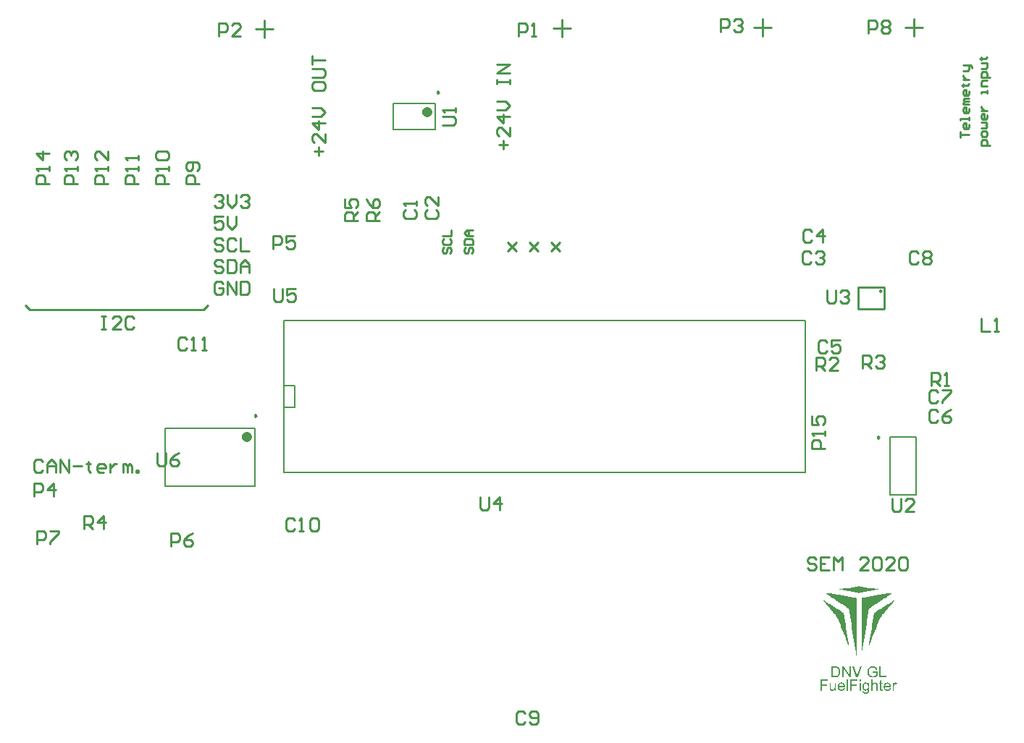
<source format=gto>
G04*
G04 #@! TF.GenerationSoftware,Altium Limited,Altium Designer,19.1.8 (144)*
G04*
G04 Layer_Color=65535*
%FSLAX25Y25*%
%MOIN*%
G70*
G01*
G75*
%ADD10C,0.02362*%
%ADD11C,0.00984*%
%ADD12C,0.01000*%
%ADD13C,0.00787*%
G36*
X405908Y69399D02*
X407662D01*
Y69106D01*
X409415D01*
Y68814D01*
X411169D01*
Y68522D01*
X412923D01*
Y68230D01*
X414676D01*
Y67937D01*
X412923D01*
Y67645D01*
X411169D01*
Y67353D01*
X409415D01*
Y67060D01*
X407662D01*
Y66768D01*
X405908D01*
Y66476D01*
X405324D01*
Y66768D01*
X403570D01*
Y67060D01*
X401816D01*
Y67353D01*
X400063D01*
Y67645D01*
X398309D01*
Y67937D01*
X396555D01*
Y68230D01*
X398309D01*
Y68522D01*
X400063D01*
Y68814D01*
X401816D01*
Y69106D01*
X403570D01*
Y69399D01*
X405324D01*
Y69691D01*
X405908D01*
Y69399D01*
D02*
G37*
G36*
X421983Y62676D02*
X421691D01*
Y62384D01*
X421399D01*
Y62092D01*
X421106D01*
Y61800D01*
X420814D01*
Y61507D01*
X420522D01*
Y61215D01*
Y60923D01*
X420229D01*
Y60630D01*
X419937D01*
Y60338D01*
X419645D01*
Y60046D01*
X419353D01*
Y59754D01*
X419060D01*
Y59461D01*
Y59169D01*
X418768D01*
Y58877D01*
X418476D01*
Y58584D01*
X418184D01*
Y58292D01*
X417891D01*
Y58000D01*
X417599D01*
Y57708D01*
Y57415D01*
X417307D01*
Y57123D01*
X417015D01*
Y56831D01*
X416722D01*
Y56539D01*
X416430D01*
Y56246D01*
X416138D01*
Y55954D01*
Y55662D01*
X415845D01*
Y55370D01*
X415553D01*
Y55077D01*
X415261D01*
Y54785D01*
Y54493D01*
Y54201D01*
X414969D01*
Y53908D01*
Y53616D01*
X414676D01*
Y53324D01*
Y53031D01*
Y52739D01*
X414384D01*
Y52447D01*
Y52155D01*
X414092D01*
Y51862D01*
Y51570D01*
Y51278D01*
X413799D01*
Y50985D01*
Y50693D01*
X413507D01*
Y50401D01*
Y50109D01*
Y49816D01*
X413215D01*
Y49524D01*
Y49232D01*
X412923D01*
Y48940D01*
Y48647D01*
Y48355D01*
X412630D01*
Y48063D01*
Y47771D01*
X412338D01*
Y47478D01*
Y47186D01*
Y46894D01*
X412046D01*
Y46601D01*
Y46309D01*
X411754D01*
Y46017D01*
Y45725D01*
Y45432D01*
X411461D01*
Y45140D01*
Y44848D01*
X411169D01*
Y44556D01*
Y44263D01*
Y43971D01*
X410877D01*
Y43679D01*
Y43386D01*
X410584D01*
Y43094D01*
Y42802D01*
Y42510D01*
X410292D01*
Y42802D01*
Y43094D01*
Y43386D01*
Y43679D01*
Y43971D01*
Y44263D01*
X410584D01*
Y44556D01*
Y44848D01*
Y45140D01*
Y45432D01*
Y45725D01*
Y46017D01*
X410877D01*
Y46309D01*
Y46601D01*
Y46894D01*
Y47186D01*
Y47478D01*
Y47771D01*
X411169D01*
Y48063D01*
Y48355D01*
Y48647D01*
Y48940D01*
Y49232D01*
X411461D01*
Y49524D01*
Y49816D01*
Y50109D01*
Y50401D01*
Y50693D01*
Y50985D01*
X411754D01*
Y51278D01*
Y51570D01*
Y51862D01*
Y52155D01*
Y52447D01*
Y52739D01*
X412046D01*
Y53031D01*
Y53324D01*
Y53616D01*
Y53908D01*
Y54201D01*
Y54493D01*
X412338D01*
Y54785D01*
Y55077D01*
Y55370D01*
Y55662D01*
Y55954D01*
Y56246D01*
X412630D01*
Y56539D01*
Y56831D01*
Y57123D01*
Y57415D01*
X413215D01*
Y57708D01*
X413507D01*
Y58000D01*
X414092D01*
Y58292D01*
X414384D01*
Y58584D01*
X414969D01*
Y58877D01*
X415261D01*
Y59169D01*
X415845D01*
Y59461D01*
X416430D01*
Y59754D01*
X416722D01*
Y60046D01*
X417307D01*
Y60338D01*
X417599D01*
Y60630D01*
X418184D01*
Y60923D01*
X418476D01*
Y61215D01*
X419060D01*
Y61507D01*
X419645D01*
Y61800D01*
X419937D01*
Y62092D01*
X420522D01*
Y62384D01*
X420814D01*
Y62676D01*
X421399D01*
Y62969D01*
X421983D01*
Y62676D01*
D02*
G37*
G36*
X389833D02*
X390418D01*
Y62384D01*
X390710D01*
Y62092D01*
X391295D01*
Y61800D01*
X391587D01*
Y61507D01*
X392171D01*
Y61215D01*
X392464D01*
Y60923D01*
X393048D01*
Y60630D01*
X393633D01*
Y60338D01*
X393925D01*
Y60046D01*
X394510D01*
Y59754D01*
X394802D01*
Y59461D01*
X395386D01*
Y59169D01*
X395679D01*
Y58877D01*
X396263D01*
Y58584D01*
X396848D01*
Y58292D01*
X397140D01*
Y58000D01*
X397725D01*
Y57708D01*
X398017D01*
Y57415D01*
X398601D01*
Y57123D01*
Y56831D01*
Y56539D01*
Y56246D01*
X398894D01*
Y55954D01*
Y55662D01*
Y55370D01*
Y55077D01*
Y54785D01*
Y54493D01*
X399186D01*
Y54201D01*
Y53908D01*
Y53616D01*
Y53324D01*
Y53031D01*
Y52739D01*
X399478D01*
Y52447D01*
Y52155D01*
Y51862D01*
Y51570D01*
Y51278D01*
Y50985D01*
X399770D01*
Y50693D01*
Y50401D01*
Y50109D01*
Y49816D01*
Y49524D01*
Y49232D01*
X400063D01*
Y48940D01*
Y48647D01*
Y48355D01*
Y48063D01*
Y47771D01*
Y47478D01*
X400355D01*
Y47186D01*
Y46894D01*
Y46601D01*
Y46309D01*
Y46017D01*
Y45725D01*
X400647D01*
Y45432D01*
Y45140D01*
Y44848D01*
Y44556D01*
Y44263D01*
Y43971D01*
X400940D01*
Y43679D01*
Y43386D01*
Y43094D01*
Y42802D01*
Y42510D01*
X400647D01*
Y42802D01*
Y43094D01*
X400355D01*
Y43386D01*
Y43679D01*
Y43971D01*
X400063D01*
Y44263D01*
Y44556D01*
X399770D01*
Y44848D01*
Y45140D01*
Y45432D01*
X399478D01*
Y45725D01*
Y46017D01*
X399186D01*
Y46309D01*
Y46601D01*
Y46894D01*
X398894D01*
Y47186D01*
Y47478D01*
X398601D01*
Y47771D01*
Y48063D01*
Y48355D01*
X398309D01*
Y48647D01*
Y48940D01*
X398017D01*
Y49232D01*
Y49524D01*
Y49816D01*
X397725D01*
Y50109D01*
Y50401D01*
X397432D01*
Y50693D01*
Y50985D01*
Y51278D01*
X397140D01*
Y51570D01*
Y51862D01*
X396848D01*
Y52155D01*
Y52447D01*
Y52739D01*
X396555D01*
Y53031D01*
Y53324D01*
X396263D01*
Y53616D01*
Y53908D01*
Y54201D01*
X395971D01*
Y54493D01*
Y54785D01*
X395679D01*
Y55077D01*
Y55370D01*
X395386D01*
Y55662D01*
X395094D01*
Y55954D01*
Y56246D01*
X394802D01*
Y56539D01*
X394510D01*
Y56831D01*
X394217D01*
Y57123D01*
X393925D01*
Y57415D01*
X393633D01*
Y57708D01*
Y58000D01*
X393340D01*
Y58292D01*
X393048D01*
Y58584D01*
X392756D01*
Y58877D01*
X392464D01*
Y59169D01*
X392171D01*
Y59461D01*
Y59754D01*
X391879D01*
Y60046D01*
X391587D01*
Y60338D01*
X391295D01*
Y60630D01*
X391002D01*
Y60923D01*
X390710D01*
Y61215D01*
Y61507D01*
X390418D01*
Y61800D01*
X390125D01*
Y62092D01*
X389833D01*
Y62384D01*
X389541D01*
Y62676D01*
X389249D01*
Y62969D01*
X389833D01*
Y62676D01*
D02*
G37*
G36*
X421106Y66184D02*
X420522D01*
Y65891D01*
X420229D01*
Y65599D01*
X419645D01*
Y65307D01*
X419353D01*
Y65014D01*
X418768D01*
Y64722D01*
X418476D01*
Y64430D01*
X417891D01*
Y64138D01*
X417599D01*
Y63845D01*
X417015D01*
Y63553D01*
X416722D01*
Y63261D01*
X416138D01*
Y62969D01*
X415553D01*
Y62676D01*
X415261D01*
Y62384D01*
X414676D01*
Y62092D01*
X414384D01*
Y61800D01*
X413799D01*
Y61507D01*
X413507D01*
Y61215D01*
X412923D01*
Y60923D01*
X412630D01*
Y60630D01*
X412046D01*
Y60338D01*
X411754D01*
Y60046D01*
X411169D01*
Y59754D01*
X410877D01*
Y59461D01*
X410292D01*
Y59169D01*
Y58877D01*
Y58584D01*
X410000D01*
Y58292D01*
Y58000D01*
Y57708D01*
Y57415D01*
Y57123D01*
Y56831D01*
X409708D01*
Y56539D01*
Y56246D01*
Y55954D01*
Y55662D01*
Y55370D01*
Y55077D01*
Y54785D01*
X409415D01*
Y54493D01*
Y54201D01*
Y53908D01*
Y53616D01*
Y53324D01*
Y53031D01*
X409123D01*
Y52739D01*
Y52447D01*
Y52155D01*
Y51862D01*
Y51570D01*
Y51278D01*
X408831D01*
Y50985D01*
Y50693D01*
Y50401D01*
Y50109D01*
Y49816D01*
Y49524D01*
Y49232D01*
X408539D01*
Y48940D01*
Y48647D01*
Y48355D01*
Y48063D01*
Y47771D01*
Y47478D01*
X408246D01*
Y47186D01*
Y46894D01*
Y46601D01*
Y46309D01*
Y46017D01*
Y45725D01*
Y45432D01*
X407954D01*
Y45140D01*
Y44848D01*
Y44556D01*
Y44263D01*
Y43971D01*
Y43679D01*
X407662D01*
Y43386D01*
Y43094D01*
Y42802D01*
Y42510D01*
Y42217D01*
Y41925D01*
X407370D01*
Y41633D01*
Y41341D01*
Y41048D01*
Y40756D01*
Y40464D01*
Y40171D01*
Y39879D01*
X407077D01*
Y39587D01*
Y39295D01*
Y39002D01*
Y38710D01*
Y38418D01*
Y38126D01*
X406785D01*
Y38418D01*
Y38710D01*
Y39002D01*
Y39295D01*
Y39587D01*
Y39879D01*
Y40171D01*
Y40464D01*
Y40756D01*
Y41048D01*
Y41341D01*
Y41633D01*
Y41925D01*
Y42217D01*
Y42510D01*
Y42802D01*
Y43094D01*
Y43386D01*
Y43679D01*
Y43971D01*
Y44263D01*
Y44556D01*
Y44848D01*
Y45140D01*
Y45432D01*
Y45725D01*
Y46017D01*
Y46309D01*
Y46601D01*
Y46894D01*
Y47186D01*
Y47478D01*
Y47771D01*
Y48063D01*
Y48355D01*
Y48647D01*
Y48940D01*
Y49232D01*
Y49524D01*
Y49816D01*
Y50109D01*
Y50401D01*
Y50693D01*
Y50985D01*
Y51278D01*
Y51570D01*
Y51862D01*
Y52155D01*
Y52447D01*
Y52739D01*
Y53031D01*
Y53324D01*
Y53616D01*
Y53908D01*
Y54201D01*
Y54493D01*
Y54785D01*
Y55077D01*
Y55370D01*
Y55662D01*
Y55954D01*
Y56246D01*
Y56539D01*
Y56831D01*
Y57123D01*
Y57415D01*
Y57708D01*
Y58000D01*
Y58292D01*
Y58584D01*
Y58877D01*
Y59169D01*
Y59461D01*
Y59754D01*
Y60046D01*
Y60338D01*
Y60630D01*
Y60923D01*
Y61215D01*
Y61507D01*
Y61800D01*
Y62092D01*
Y62384D01*
Y62676D01*
Y62969D01*
Y63261D01*
Y63553D01*
Y63845D01*
Y64138D01*
X407077D01*
Y64430D01*
X408831D01*
Y64722D01*
X410584D01*
Y65014D01*
X412338D01*
Y65307D01*
X414092D01*
Y65599D01*
X415845D01*
Y65891D01*
X417891D01*
Y66184D01*
X419645D01*
Y66476D01*
X421106D01*
Y66184D01*
D02*
G37*
G36*
X391587D02*
X393340D01*
Y65891D01*
X395094D01*
Y65599D01*
X397140D01*
Y65307D01*
X398894D01*
Y65014D01*
X400647D01*
Y64722D01*
X402401D01*
Y64430D01*
X404155D01*
Y64138D01*
X404447D01*
Y63845D01*
Y63553D01*
Y63261D01*
Y62969D01*
Y62676D01*
Y62384D01*
Y62092D01*
Y61800D01*
Y61507D01*
Y61215D01*
Y60923D01*
Y60630D01*
Y60338D01*
Y60046D01*
Y59754D01*
Y59461D01*
Y59169D01*
Y58877D01*
Y58584D01*
Y58292D01*
Y58000D01*
Y57708D01*
Y57415D01*
Y57123D01*
Y56831D01*
Y56539D01*
Y56246D01*
Y55954D01*
Y55662D01*
Y55370D01*
Y55077D01*
Y54785D01*
Y54493D01*
Y54201D01*
Y53908D01*
Y53616D01*
Y53324D01*
Y53031D01*
Y52739D01*
Y52447D01*
Y52155D01*
Y51862D01*
Y51570D01*
Y51278D01*
Y50985D01*
Y50693D01*
Y50401D01*
Y50109D01*
Y49816D01*
Y49524D01*
Y49232D01*
Y48940D01*
Y48647D01*
Y48355D01*
Y48063D01*
Y47771D01*
Y47478D01*
Y47186D01*
Y46894D01*
Y46601D01*
Y46309D01*
Y46017D01*
Y45725D01*
Y45432D01*
Y45140D01*
Y44848D01*
Y44556D01*
Y44263D01*
Y43971D01*
Y43679D01*
Y43386D01*
Y43094D01*
Y42802D01*
Y42510D01*
Y42217D01*
Y41925D01*
Y41633D01*
Y41341D01*
Y41048D01*
Y40756D01*
Y40464D01*
Y40171D01*
Y39879D01*
Y39587D01*
Y39295D01*
Y39002D01*
Y38710D01*
Y38418D01*
Y38126D01*
Y37833D01*
X404155D01*
Y38126D01*
Y38418D01*
Y38710D01*
Y39002D01*
Y39295D01*
Y39587D01*
Y39879D01*
X403862D01*
Y40171D01*
Y40464D01*
Y40756D01*
Y41048D01*
Y41341D01*
Y41633D01*
X403570D01*
Y41925D01*
Y42217D01*
Y42510D01*
Y42802D01*
Y43094D01*
Y43386D01*
Y43679D01*
X403278D01*
Y43971D01*
Y44263D01*
Y44556D01*
Y44848D01*
Y45140D01*
Y45432D01*
X402985D01*
Y45725D01*
Y46017D01*
Y46309D01*
Y46601D01*
Y46894D01*
Y47186D01*
X402693D01*
Y47478D01*
Y47771D01*
Y48063D01*
Y48355D01*
Y48647D01*
Y48940D01*
Y49232D01*
X402401D01*
Y49524D01*
Y49816D01*
Y50109D01*
Y50401D01*
Y50693D01*
Y50985D01*
X402109D01*
Y51278D01*
Y51570D01*
Y51862D01*
Y52155D01*
Y52447D01*
Y52739D01*
Y53031D01*
X401816D01*
Y53324D01*
Y53616D01*
Y53908D01*
Y54201D01*
Y54493D01*
Y54785D01*
X401524D01*
Y55077D01*
Y55370D01*
Y55662D01*
Y55954D01*
Y56246D01*
Y56539D01*
X401232D01*
Y56831D01*
Y57123D01*
Y57415D01*
Y57708D01*
Y58000D01*
Y58292D01*
Y58584D01*
X400940D01*
Y58877D01*
Y59169D01*
Y59461D01*
X400355D01*
Y59754D01*
X400063D01*
Y60046D01*
X399478D01*
Y60338D01*
X399186D01*
Y60630D01*
X398601D01*
Y60923D01*
X398309D01*
Y61215D01*
X397725D01*
Y61507D01*
X397432D01*
Y61800D01*
X396848D01*
Y62092D01*
X396263D01*
Y62384D01*
X395971D01*
Y62676D01*
X395386D01*
Y62969D01*
X395094D01*
Y63261D01*
X394510D01*
Y63553D01*
X394217D01*
Y63845D01*
X393633D01*
Y64138D01*
X393340D01*
Y64430D01*
X392756D01*
Y64722D01*
X392464D01*
Y65014D01*
X391879D01*
Y65307D01*
X391587D01*
Y65599D01*
X391002D01*
Y65891D01*
X390710D01*
Y66184D01*
X390125D01*
Y66476D01*
X391587D01*
Y66184D01*
D02*
G37*
G36*
X412129Y32746D02*
X412187D01*
X412325Y32731D01*
X412479Y32709D01*
X412639Y32673D01*
X412814Y32629D01*
X412982Y32571D01*
X412989D01*
X413003Y32564D01*
X413025Y32556D01*
X413055Y32542D01*
X413135Y32498D01*
X413237Y32447D01*
X413346Y32374D01*
X413463Y32287D01*
X413572Y32192D01*
X413674Y32075D01*
X413689Y32061D01*
X413718Y32017D01*
X413762Y31951D01*
X413820Y31857D01*
X413878Y31740D01*
X413944Y31594D01*
X414010Y31434D01*
X414060Y31251D01*
X413455Y31091D01*
Y31098D01*
X413448Y31106D01*
X413441Y31128D01*
X413434Y31157D01*
X413412Y31222D01*
X413382Y31310D01*
X413339Y31412D01*
X413288Y31506D01*
X413237Y31609D01*
X413171Y31696D01*
X413164Y31703D01*
X413142Y31732D01*
X413098Y31769D01*
X413047Y31820D01*
X412982Y31878D01*
X412894Y31937D01*
X412799Y31995D01*
X412690Y32046D01*
X412675Y32053D01*
X412639Y32068D01*
X412573Y32090D01*
X412486Y32119D01*
X412384Y32141D01*
X412267Y32163D01*
X412136Y32177D01*
X411997Y32184D01*
X411917D01*
X411881Y32177D01*
X411837D01*
X411728Y32170D01*
X411604Y32148D01*
X411465Y32126D01*
X411334Y32090D01*
X411203Y32039D01*
X411188Y32031D01*
X411144Y32017D01*
X411086Y31980D01*
X411013Y31944D01*
X410926Y31886D01*
X410831Y31827D01*
X410744Y31754D01*
X410663Y31674D01*
X410656Y31667D01*
X410627Y31638D01*
X410591Y31587D01*
X410547Y31528D01*
X410496Y31455D01*
X410445Y31368D01*
X410394Y31273D01*
X410343Y31171D01*
Y31164D01*
X410335Y31149D01*
X410328Y31128D01*
X410314Y31091D01*
X410299Y31047D01*
X410284Y30996D01*
X410262Y30938D01*
X410248Y30872D01*
X410211Y30719D01*
X410182Y30544D01*
X410160Y30362D01*
X410153Y30158D01*
Y30151D01*
Y30129D01*
Y30092D01*
X410160Y30048D01*
Y29990D01*
X410168Y29917D01*
X410175Y29844D01*
X410182Y29764D01*
X410211Y29582D01*
X410248Y29392D01*
X410306Y29203D01*
X410379Y29021D01*
Y29013D01*
X410394Y28999D01*
X410401Y28977D01*
X410423Y28948D01*
X410474Y28868D01*
X410554Y28765D01*
X410649Y28656D01*
X410765Y28547D01*
X410904Y28445D01*
X411057Y28350D01*
X411064D01*
X411079Y28343D01*
X411101Y28328D01*
X411137Y28313D01*
X411174Y28299D01*
X411225Y28284D01*
X411341Y28241D01*
X411487Y28204D01*
X411648Y28168D01*
X411823Y28139D01*
X412005Y28131D01*
X412078D01*
X412121Y28139D01*
X412165D01*
X412275Y28153D01*
X412406Y28168D01*
X412544Y28197D01*
X412697Y28241D01*
X412850Y28292D01*
X412858D01*
X412872Y28299D01*
X412887Y28306D01*
X412916Y28321D01*
X412996Y28357D01*
X413084Y28401D01*
X413186Y28452D01*
X413295Y28510D01*
X413397Y28576D01*
X413485Y28649D01*
Y29597D01*
X411997D01*
Y30194D01*
X414141D01*
Y28321D01*
X414133Y28313D01*
X414119Y28306D01*
X414090Y28284D01*
X414053Y28255D01*
X414010Y28226D01*
X413958Y28190D01*
X413893Y28146D01*
X413827Y28102D01*
X413674Y28007D01*
X413499Y27905D01*
X413317Y27810D01*
X413120Y27730D01*
X413113D01*
X413098Y27723D01*
X413069Y27716D01*
X413033Y27701D01*
X412982Y27687D01*
X412923Y27665D01*
X412858Y27650D01*
X412792Y27636D01*
X412632Y27599D01*
X412449Y27563D01*
X412253Y27541D01*
X412048Y27534D01*
X411976D01*
X411925Y27541D01*
X411859D01*
X411779Y27548D01*
X411691Y27563D01*
X411596Y27570D01*
X411385Y27614D01*
X411159Y27665D01*
X410926Y27745D01*
X410809Y27789D01*
X410693Y27847D01*
X410685Y27854D01*
X410663Y27861D01*
X410634Y27883D01*
X410591Y27905D01*
X410539Y27942D01*
X410488Y27978D01*
X410350Y28080D01*
X410204Y28212D01*
X410051Y28372D01*
X409905Y28554D01*
X409774Y28765D01*
Y28773D01*
X409759Y28795D01*
X409745Y28824D01*
X409723Y28875D01*
X409701Y28926D01*
X409679Y28999D01*
X409650Y29072D01*
X409621Y29159D01*
X409592Y29254D01*
X409563Y29363D01*
X409541Y29473D01*
X409519Y29589D01*
X409482Y29844D01*
X409468Y30114D01*
Y30121D01*
Y30151D01*
Y30187D01*
X409475Y30238D01*
Y30304D01*
X409482Y30384D01*
X409497Y30464D01*
X409504Y30559D01*
X409526Y30661D01*
X409541Y30770D01*
X409599Y31003D01*
X409672Y31244D01*
X409774Y31485D01*
X409781Y31492D01*
X409789Y31514D01*
X409803Y31543D01*
X409832Y31587D01*
X409862Y31645D01*
X409898Y31703D01*
X410000Y31842D01*
X410124Y32002D01*
X410277Y32155D01*
X410452Y32308D01*
X410554Y32374D01*
X410656Y32440D01*
X410663Y32447D01*
X410685Y32454D01*
X410714Y32469D01*
X410758Y32491D01*
X410816Y32513D01*
X410882Y32542D01*
X410955Y32571D01*
X411042Y32600D01*
X411137Y32629D01*
X411239Y32651D01*
X411349Y32680D01*
X411465Y32702D01*
X411720Y32739D01*
X411852Y32753D01*
X412085D01*
X412129Y32746D01*
D02*
G37*
G36*
X401857Y27621D02*
X401164D01*
X398526Y31579D01*
Y27621D01*
X397884D01*
Y32666D01*
X398569D01*
X401216Y28700D01*
Y32666D01*
X401857D01*
Y27621D01*
D02*
G37*
G36*
X405108D02*
X404409D01*
X402455Y32666D01*
X403184D01*
X404496Y28999D01*
Y28991D01*
X404503Y28977D01*
X404511Y28955D01*
X404525Y28926D01*
X404532Y28882D01*
X404547Y28838D01*
X404584Y28729D01*
X404627Y28605D01*
X404671Y28467D01*
X404759Y28175D01*
Y28182D01*
X404766Y28197D01*
X404773Y28219D01*
X404780Y28248D01*
X404802Y28328D01*
X404839Y28438D01*
X404875Y28561D01*
X404919Y28700D01*
X404970Y28846D01*
X405028Y28999D01*
X406399Y32666D01*
X407077D01*
X405108Y27621D01*
D02*
G37*
G36*
X415766Y28219D02*
X418252D01*
Y27621D01*
X415096D01*
Y32666D01*
X415766D01*
Y28219D01*
D02*
G37*
G36*
X394873Y32658D02*
X395019Y32651D01*
X395165Y32636D01*
X395311Y32615D01*
X395435Y32593D01*
X395442D01*
X395456Y32585D01*
X395478D01*
X395508Y32571D01*
X395588Y32549D01*
X395690Y32513D01*
X395806Y32462D01*
X395930Y32396D01*
X396054Y32323D01*
X396171Y32228D01*
X396178Y32221D01*
X396185Y32214D01*
X396207Y32192D01*
X396236Y32170D01*
X396309Y32097D01*
X396397Y31995D01*
X396492Y31871D01*
X396594Y31725D01*
X396688Y31558D01*
X396769Y31368D01*
Y31361D01*
X396776Y31346D01*
X396791Y31317D01*
X396798Y31273D01*
X396820Y31222D01*
X396834Y31164D01*
X396849Y31098D01*
X396871Y31018D01*
X396893Y30938D01*
X396907Y30843D01*
X396944Y30639D01*
X396966Y30413D01*
X396973Y30165D01*
Y30158D01*
Y30143D01*
Y30107D01*
Y30070D01*
X396966Y30019D01*
Y29961D01*
X396958Y29823D01*
X396936Y29662D01*
X396914Y29495D01*
X396878Y29320D01*
X396834Y29145D01*
Y29137D01*
X396827Y29123D01*
X396820Y29101D01*
X396812Y29072D01*
X396783Y28991D01*
X396740Y28889D01*
X396696Y28773D01*
X396637Y28656D01*
X396565Y28532D01*
X396492Y28416D01*
X396484Y28401D01*
X396455Y28365D01*
X396411Y28313D01*
X396353Y28248D01*
X396287Y28175D01*
X396207Y28102D01*
X396127Y28022D01*
X396032Y27956D01*
X396018Y27949D01*
X395989Y27927D01*
X395938Y27898D01*
X395865Y27861D01*
X395777Y27818D01*
X395675Y27781D01*
X395559Y27738D01*
X395427Y27701D01*
X395413D01*
X395391Y27694D01*
X395369Y27687D01*
X395296Y27679D01*
X395194Y27665D01*
X395077Y27650D01*
X394939Y27636D01*
X394786Y27628D01*
X394618Y27621D01*
X392803D01*
Y32666D01*
X394742D01*
X394873Y32658D01*
D02*
G37*
G36*
X406472Y25817D02*
X405852D01*
Y26524D01*
X406472D01*
Y25817D01*
D02*
G37*
G36*
X422604Y25212D02*
X422685Y25198D01*
X422779Y25169D01*
X422881Y25132D01*
X422998Y25081D01*
X423122Y25016D01*
X422896Y24447D01*
X422889Y24454D01*
X422859Y24469D01*
X422816Y24491D01*
X422757Y24512D01*
X422692Y24534D01*
X422612Y24556D01*
X422532Y24571D01*
X422451Y24578D01*
X422415D01*
X422378Y24571D01*
X422327Y24564D01*
X422276Y24549D01*
X422211Y24527D01*
X422145Y24498D01*
X422087Y24454D01*
X422080Y24447D01*
X422058Y24432D01*
X422036Y24403D01*
X421999Y24367D01*
X421963Y24316D01*
X421926Y24257D01*
X421890Y24192D01*
X421861Y24112D01*
X421853Y24097D01*
X421846Y24053D01*
X421832Y23988D01*
X421810Y23900D01*
X421788Y23791D01*
X421773Y23667D01*
X421766Y23536D01*
X421759Y23390D01*
Y21480D01*
X421139D01*
Y25139D01*
X421700D01*
Y24585D01*
X421708Y24593D01*
X421737Y24644D01*
X421773Y24709D01*
X421832Y24790D01*
X421890Y24870D01*
X421956Y24957D01*
X422021Y25030D01*
X422087Y25088D01*
X422094Y25096D01*
X422116Y25110D01*
X422160Y25132D01*
X422203Y25154D01*
X422262Y25176D01*
X422335Y25198D01*
X422408Y25212D01*
X422488Y25220D01*
X422539D01*
X422604Y25212D01*
D02*
G37*
G36*
X395085Y21480D02*
X394531D01*
Y22012D01*
X394523Y22005D01*
X394509Y21983D01*
X394487Y21954D01*
X394450Y21917D01*
X394407Y21873D01*
X394356Y21815D01*
X394297Y21764D01*
X394224Y21706D01*
X394144Y21647D01*
X394057Y21597D01*
X393962Y21545D01*
X393860Y21495D01*
X393743Y21458D01*
X393627Y21429D01*
X393495Y21407D01*
X393364Y21400D01*
X393313D01*
X393248Y21407D01*
X393167Y21414D01*
X393073Y21429D01*
X392970Y21451D01*
X392868Y21480D01*
X392759Y21524D01*
X392744Y21531D01*
X392715Y21545D01*
X392664Y21575D01*
X392606Y21611D01*
X392533Y21655D01*
X392467Y21706D01*
X392402Y21764D01*
X392344Y21830D01*
X392336Y21837D01*
X392322Y21866D01*
X392300Y21903D01*
X392271Y21961D01*
X392234Y22027D01*
X392205Y22107D01*
X392176Y22194D01*
X392154Y22289D01*
Y22296D01*
X392147Y22325D01*
X392140Y22369D01*
Y22428D01*
X392132Y22515D01*
X392125Y22610D01*
X392118Y22734D01*
Y22872D01*
Y25139D01*
X392737D01*
Y23106D01*
Y23098D01*
Y23084D01*
Y23062D01*
Y23025D01*
Y22945D01*
X392744Y22843D01*
Y22734D01*
X392752Y22624D01*
X392759Y22530D01*
X392774Y22449D01*
Y22442D01*
X392788Y22413D01*
X392803Y22369D01*
X392825Y22311D01*
X392861Y22253D01*
X392905Y22187D01*
X392956Y22129D01*
X393022Y22070D01*
X393029Y22063D01*
X393058Y22049D01*
X393094Y22027D01*
X393153Y22005D01*
X393218Y21976D01*
X393299Y21954D01*
X393386Y21939D01*
X393488Y21932D01*
X393539D01*
X393590Y21939D01*
X393656Y21946D01*
X393736Y21968D01*
X393824Y21990D01*
X393918Y22027D01*
X394013Y22070D01*
X394028Y22078D01*
X394057Y22099D01*
X394100Y22129D01*
X394151Y22172D01*
X394210Y22231D01*
X394268Y22296D01*
X394319Y22369D01*
X394363Y22457D01*
X394370Y22471D01*
X394377Y22501D01*
X394392Y22559D01*
X394414Y22639D01*
X394436Y22741D01*
X394450Y22865D01*
X394458Y23011D01*
X394465Y23178D01*
Y25139D01*
X395085D01*
Y21480D01*
D02*
G37*
G36*
X411961Y24717D02*
X411968Y24724D01*
X411983Y24738D01*
X412005Y24760D01*
X412041Y24797D01*
X412078Y24833D01*
X412129Y24877D01*
X412194Y24921D01*
X412260Y24972D01*
X412333Y25016D01*
X412413Y25059D01*
X412603Y25139D01*
X412705Y25176D01*
X412814Y25198D01*
X412931Y25212D01*
X413047Y25220D01*
X413113D01*
X413193Y25212D01*
X413288Y25198D01*
X413397Y25183D01*
X413514Y25154D01*
X413630Y25110D01*
X413747Y25059D01*
X413762Y25052D01*
X413798Y25030D01*
X413849Y24994D01*
X413915Y24943D01*
X413980Y24877D01*
X414053Y24804D01*
X414119Y24717D01*
X414177Y24615D01*
X414184Y24600D01*
X414199Y24564D01*
X414221Y24498D01*
X414243Y24403D01*
X414265Y24286D01*
X414287Y24148D01*
X414301Y23980D01*
X414308Y23791D01*
Y21480D01*
X413689D01*
Y23798D01*
Y23805D01*
Y23820D01*
Y23842D01*
Y23871D01*
X413681Y23951D01*
X413667Y24053D01*
X413638Y24163D01*
X413601Y24272D01*
X413550Y24381D01*
X413485Y24469D01*
X413477Y24476D01*
X413448Y24505D01*
X413404Y24542D01*
X413339Y24578D01*
X413259Y24622D01*
X413164Y24651D01*
X413047Y24680D01*
X412916Y24688D01*
X412872D01*
X412821Y24680D01*
X412748Y24673D01*
X412675Y24651D01*
X412588Y24629D01*
X412500Y24593D01*
X412406Y24542D01*
X412398Y24534D01*
X412369Y24512D01*
X412325Y24483D01*
X412275Y24440D01*
X412216Y24381D01*
X412158Y24316D01*
X412107Y24236D01*
X412063Y24148D01*
X412056Y24133D01*
X412048Y24104D01*
X412034Y24046D01*
X412012Y23973D01*
X411990Y23878D01*
X411976Y23762D01*
X411968Y23630D01*
X411961Y23477D01*
Y21480D01*
X411341D01*
Y26524D01*
X411961D01*
Y24717D01*
D02*
G37*
G36*
X406472Y21480D02*
X405852D01*
Y25139D01*
X406472D01*
Y21480D01*
D02*
G37*
G36*
X405065Y25927D02*
X402324D01*
Y24367D01*
X404693D01*
Y23769D01*
X402324D01*
Y21480D01*
X401653D01*
Y26524D01*
X405065D01*
Y25927D01*
D02*
G37*
G36*
X400581Y21480D02*
X399962D01*
Y26524D01*
X400581D01*
Y21480D01*
D02*
G37*
G36*
X391345Y25927D02*
X388604D01*
Y24367D01*
X390973D01*
Y23769D01*
X388604D01*
Y21480D01*
X387933D01*
Y26524D01*
X391345D01*
Y25927D01*
D02*
G37*
G36*
X415985Y25139D02*
X416612D01*
Y24658D01*
X415985D01*
Y22508D01*
Y22493D01*
Y22464D01*
Y22420D01*
X415992Y22369D01*
X416000Y22253D01*
X416007Y22202D01*
X416014Y22165D01*
X416021Y22151D01*
X416043Y22121D01*
X416073Y22085D01*
X416124Y22049D01*
X416138Y22041D01*
X416175Y22027D01*
X416240Y22012D01*
X416335Y22005D01*
X416408D01*
X416444Y22012D01*
X416495D01*
X416554Y22019D01*
X416612Y22027D01*
X416692Y21480D01*
X416678D01*
X416648Y21473D01*
X416597Y21465D01*
X416532Y21458D01*
X416459Y21443D01*
X416379Y21436D01*
X416218Y21429D01*
X416160D01*
X416102Y21436D01*
X416029Y21443D01*
X415941Y21451D01*
X415854Y21473D01*
X415774Y21495D01*
X415694Y21531D01*
X415686Y21538D01*
X415664Y21553D01*
X415635Y21575D01*
X415591Y21611D01*
X415555Y21647D01*
X415511Y21699D01*
X415468Y21750D01*
X415438Y21815D01*
Y21823D01*
X415424Y21852D01*
X415416Y21903D01*
X415402Y21976D01*
X415387Y22070D01*
X415380Y22129D01*
Y22194D01*
X415373Y22275D01*
X415365Y22355D01*
Y22442D01*
Y22544D01*
Y24658D01*
X414906D01*
Y25139D01*
X415365D01*
Y26043D01*
X415985Y26415D01*
Y25139D01*
D02*
G37*
G36*
X418843Y25212D02*
X418901Y25205D01*
X418974Y25190D01*
X419054Y25176D01*
X419149Y25154D01*
X419236Y25132D01*
X419339Y25096D01*
X419433Y25059D01*
X419535Y25008D01*
X419637Y24950D01*
X419739Y24884D01*
X419834Y24804D01*
X419922Y24717D01*
X419929Y24709D01*
X419944Y24695D01*
X419965Y24666D01*
X419995Y24622D01*
X420031Y24571D01*
X420068Y24512D01*
X420111Y24440D01*
X420155Y24352D01*
X420199Y24257D01*
X420242Y24155D01*
X420279Y24039D01*
X420315Y23915D01*
X420344Y23776D01*
X420366Y23630D01*
X420381Y23477D01*
X420388Y23310D01*
Y23302D01*
Y23273D01*
Y23222D01*
X420381Y23149D01*
X417647D01*
Y23142D01*
Y23120D01*
X417655Y23091D01*
Y23047D01*
X417662Y22996D01*
X417676Y22938D01*
X417698Y22807D01*
X417742Y22661D01*
X417800Y22501D01*
X417880Y22355D01*
X417982Y22223D01*
X417990D01*
X417997Y22209D01*
X418041Y22172D01*
X418107Y22121D01*
X418194Y22070D01*
X418311Y22012D01*
X418442Y21961D01*
X418588Y21925D01*
X418668Y21917D01*
X418755Y21910D01*
X418814D01*
X418879Y21917D01*
X418959Y21932D01*
X419047Y21954D01*
X419149Y21983D01*
X419244Y22027D01*
X419339Y22085D01*
X419346Y22092D01*
X419382Y22121D01*
X419426Y22165D01*
X419477Y22223D01*
X419535Y22304D01*
X419601Y22406D01*
X419666Y22522D01*
X419725Y22661D01*
X420366Y22581D01*
Y22573D01*
X420359Y22559D01*
X420352Y22530D01*
X420337Y22486D01*
X420315Y22442D01*
X420294Y22384D01*
X420235Y22260D01*
X420162Y22121D01*
X420060Y21976D01*
X419944Y21837D01*
X419798Y21706D01*
X419790D01*
X419776Y21691D01*
X419754Y21677D01*
X419725Y21655D01*
X419681Y21633D01*
X419637Y21611D01*
X419579Y21582D01*
X419513Y21553D01*
X419441Y21524D01*
X419368Y21495D01*
X419185Y21451D01*
X418981Y21414D01*
X418755Y21400D01*
X418675D01*
X418624Y21407D01*
X418558Y21414D01*
X418478Y21429D01*
X418391Y21443D01*
X418296Y21458D01*
X418092Y21516D01*
X417982Y21560D01*
X417880Y21604D01*
X417771Y21662D01*
X417669Y21728D01*
X417574Y21801D01*
X417480Y21888D01*
X417472Y21895D01*
X417458Y21910D01*
X417436Y21939D01*
X417407Y21983D01*
X417370Y22034D01*
X417334Y22092D01*
X417290Y22165D01*
X417246Y22245D01*
X417203Y22340D01*
X417159Y22442D01*
X417122Y22559D01*
X417086Y22683D01*
X417057Y22814D01*
X417035Y22960D01*
X417020Y23113D01*
X417013Y23273D01*
Y23280D01*
Y23317D01*
Y23361D01*
X417020Y23426D01*
X417028Y23506D01*
X417035Y23594D01*
X417049Y23696D01*
X417071Y23798D01*
X417130Y24031D01*
X417166Y24148D01*
X417210Y24272D01*
X417268Y24389D01*
X417334Y24498D01*
X417407Y24607D01*
X417487Y24709D01*
X417494Y24717D01*
X417509Y24731D01*
X417538Y24753D01*
X417574Y24790D01*
X417618Y24826D01*
X417676Y24870D01*
X417742Y24921D01*
X417822Y24964D01*
X417902Y25016D01*
X417997Y25059D01*
X418099Y25103D01*
X418209Y25139D01*
X418325Y25176D01*
X418449Y25198D01*
X418580Y25212D01*
X418719Y25220D01*
X418792D01*
X418843Y25212D01*
D02*
G37*
G36*
X397673D02*
X397731Y25205D01*
X397804Y25190D01*
X397884Y25176D01*
X397979Y25154D01*
X398066Y25132D01*
X398168Y25096D01*
X398263Y25059D01*
X398365Y25008D01*
X398467Y24950D01*
X398569Y24884D01*
X398664Y24804D01*
X398751Y24717D01*
X398759Y24709D01*
X398773Y24695D01*
X398795Y24666D01*
X398824Y24622D01*
X398861Y24571D01*
X398897Y24512D01*
X398941Y24440D01*
X398985Y24352D01*
X399028Y24257D01*
X399072Y24155D01*
X399109Y24039D01*
X399145Y23915D01*
X399174Y23776D01*
X399196Y23630D01*
X399211Y23477D01*
X399218Y23310D01*
Y23302D01*
Y23273D01*
Y23222D01*
X399211Y23149D01*
X396477D01*
Y23142D01*
Y23120D01*
X396484Y23091D01*
Y23047D01*
X396492Y22996D01*
X396506Y22938D01*
X396528Y22807D01*
X396572Y22661D01*
X396630Y22501D01*
X396710Y22355D01*
X396812Y22223D01*
X396820D01*
X396827Y22209D01*
X396871Y22172D01*
X396936Y22121D01*
X397024Y22070D01*
X397140Y22012D01*
X397272Y21961D01*
X397417Y21925D01*
X397498Y21917D01*
X397585Y21910D01*
X397643D01*
X397709Y21917D01*
X397789Y21932D01*
X397877Y21954D01*
X397979Y21983D01*
X398074Y22027D01*
X398168Y22085D01*
X398176Y22092D01*
X398212Y22121D01*
X398256Y22165D01*
X398307Y22223D01*
X398365Y22304D01*
X398431Y22406D01*
X398496Y22522D01*
X398555Y22661D01*
X399196Y22581D01*
Y22573D01*
X399189Y22559D01*
X399182Y22530D01*
X399167Y22486D01*
X399145Y22442D01*
X399123Y22384D01*
X399065Y22260D01*
X398992Y22121D01*
X398890Y21976D01*
X398773Y21837D01*
X398628Y21706D01*
X398620D01*
X398606Y21691D01*
X398584Y21677D01*
X398555Y21655D01*
X398511Y21633D01*
X398467Y21611D01*
X398409Y21582D01*
X398343Y21553D01*
X398270Y21524D01*
X398198Y21495D01*
X398015Y21451D01*
X397811Y21414D01*
X397585Y21400D01*
X397505D01*
X397454Y21407D01*
X397388Y21414D01*
X397308Y21429D01*
X397221Y21443D01*
X397126Y21458D01*
X396922Y21516D01*
X396812Y21560D01*
X396710Y21604D01*
X396601Y21662D01*
X396499Y21728D01*
X396404Y21801D01*
X396309Y21888D01*
X396302Y21895D01*
X396287Y21910D01*
X396266Y21939D01*
X396236Y21983D01*
X396200Y22034D01*
X396164Y22092D01*
X396120Y22165D01*
X396076Y22245D01*
X396032Y22340D01*
X395989Y22442D01*
X395952Y22559D01*
X395916Y22683D01*
X395886Y22814D01*
X395865Y22960D01*
X395850Y23113D01*
X395843Y23273D01*
Y23280D01*
Y23317D01*
Y23361D01*
X395850Y23426D01*
X395857Y23506D01*
X395865Y23594D01*
X395879Y23696D01*
X395901Y23798D01*
X395959Y24031D01*
X395996Y24148D01*
X396040Y24272D01*
X396098Y24389D01*
X396164Y24498D01*
X396236Y24607D01*
X396317Y24709D01*
X396324Y24717D01*
X396339Y24731D01*
X396368Y24753D01*
X396404Y24790D01*
X396448Y24826D01*
X396506Y24870D01*
X396572Y24921D01*
X396652Y24964D01*
X396732Y25016D01*
X396827Y25059D01*
X396929Y25103D01*
X397038Y25139D01*
X397155Y25176D01*
X397279Y25198D01*
X397410Y25212D01*
X397549Y25220D01*
X397622D01*
X397673Y25212D01*
D02*
G37*
G36*
X408870D02*
X408921Y25205D01*
X408987Y25190D01*
X409060Y25176D01*
X409140Y25154D01*
X409220Y25125D01*
X409307Y25088D01*
X409395Y25045D01*
X409490Y24994D01*
X409577Y24935D01*
X409665Y24862D01*
X409752Y24782D01*
X409832Y24688D01*
Y25139D01*
X410401D01*
Y21976D01*
Y21968D01*
Y21939D01*
Y21895D01*
Y21837D01*
X410394Y21771D01*
Y21691D01*
X410386Y21604D01*
X410379Y21509D01*
X410357Y21312D01*
X410328Y21108D01*
X410306Y21013D01*
X410284Y20926D01*
X410255Y20846D01*
X410226Y20773D01*
Y20765D01*
X410219Y20758D01*
X410189Y20714D01*
X410153Y20649D01*
X410095Y20569D01*
X410015Y20481D01*
X409920Y20386D01*
X409803Y20292D01*
X409672Y20211D01*
X409665D01*
X409657Y20204D01*
X409635Y20189D01*
X409606Y20182D01*
X409570Y20160D01*
X409526Y20146D01*
X409417Y20109D01*
X409286Y20066D01*
X409125Y20036D01*
X408943Y20007D01*
X408746Y20000D01*
X408680D01*
X408637Y20007D01*
X408578D01*
X408520Y20015D01*
X408447Y20022D01*
X408367Y20036D01*
X408199Y20073D01*
X408024Y20124D01*
X407849Y20197D01*
X407689Y20299D01*
X407682Y20306D01*
X407675Y20313D01*
X407623Y20357D01*
X407565Y20423D01*
X407492Y20518D01*
X407419Y20641D01*
X407354Y20795D01*
X407332Y20882D01*
X407317Y20977D01*
X407303Y21072D01*
Y21181D01*
X407908Y21101D01*
Y21086D01*
X407915Y21057D01*
X407930Y21006D01*
X407944Y20940D01*
X407973Y20875D01*
X408010Y20809D01*
X408053Y20744D01*
X408112Y20693D01*
X408126Y20685D01*
X408156Y20663D01*
X408207Y20634D01*
X408280Y20605D01*
X408367Y20569D01*
X408476Y20539D01*
X408608Y20518D01*
X408746Y20510D01*
X408819D01*
X408892Y20518D01*
X408994Y20532D01*
X409096Y20554D01*
X409205Y20583D01*
X409315Y20627D01*
X409410Y20685D01*
X409417Y20693D01*
X409446Y20714D01*
X409490Y20758D01*
X409541Y20809D01*
X409592Y20882D01*
X409643Y20962D01*
X409694Y21057D01*
X409730Y21166D01*
Y21174D01*
X409737Y21203D01*
X409745Y21261D01*
X409752Y21334D01*
X409759Y21385D01*
Y21443D01*
X409767Y21509D01*
Y21582D01*
Y21662D01*
X409774Y21757D01*
Y21852D01*
Y21961D01*
X409767Y21954D01*
X409752Y21939D01*
X409730Y21917D01*
X409701Y21888D01*
X409665Y21852D01*
X409614Y21808D01*
X409555Y21764D01*
X409497Y21720D01*
X409344Y21633D01*
X409176Y21553D01*
X409081Y21524D01*
X408979Y21502D01*
X408870Y21487D01*
X408761Y21480D01*
X408724D01*
X408688Y21487D01*
X408637D01*
X408571Y21495D01*
X408498Y21509D01*
X408418Y21524D01*
X408331Y21545D01*
X408236Y21575D01*
X408141Y21611D01*
X408046Y21655D01*
X407944Y21706D01*
X407849Y21771D01*
X407755Y21844D01*
X407667Y21925D01*
X407587Y22019D01*
X407580Y22027D01*
X407572Y22041D01*
X407550Y22078D01*
X407521Y22114D01*
X407492Y22172D01*
X407456Y22231D01*
X407419Y22304D01*
X407383Y22391D01*
X407346Y22479D01*
X407310Y22581D01*
X407273Y22683D01*
X407244Y22799D01*
X407193Y23047D01*
X407186Y23186D01*
X407179Y23324D01*
Y23332D01*
Y23346D01*
Y23375D01*
Y23412D01*
X407186Y23463D01*
Y23514D01*
X407201Y23645D01*
X407223Y23791D01*
X407259Y23951D01*
X407303Y24119D01*
X407368Y24286D01*
Y24294D01*
X407376Y24308D01*
X407390Y24330D01*
X407405Y24359D01*
X407448Y24440D01*
X407507Y24542D01*
X407587Y24651D01*
X407682Y24760D01*
X407791Y24877D01*
X407915Y24972D01*
X407922D01*
X407930Y24979D01*
X407951Y24994D01*
X407981Y25008D01*
X408053Y25052D01*
X408156Y25096D01*
X408280Y25139D01*
X408425Y25183D01*
X408586Y25212D01*
X408761Y25220D01*
X408826D01*
X408870Y25212D01*
D02*
G37*
%LPC*%
G36*
X394640Y32068D02*
X393474D01*
Y28219D01*
X394669D01*
X394720Y28226D01*
X394830Y28233D01*
X394953Y28241D01*
X395085Y28255D01*
X395216Y28277D01*
X395325Y28306D01*
X395340Y28313D01*
X395376Y28321D01*
X395427Y28343D01*
X395493Y28372D01*
X395566Y28416D01*
X395639Y28459D01*
X395712Y28510D01*
X395784Y28569D01*
X395792Y28583D01*
X395821Y28612D01*
X395865Y28663D01*
X395916Y28736D01*
X395974Y28831D01*
X396040Y28940D01*
X396098Y29064D01*
X396149Y29203D01*
Y29210D01*
X396156Y29225D01*
X396164Y29247D01*
X396171Y29276D01*
X396178Y29312D01*
X396193Y29363D01*
X396207Y29414D01*
X396222Y29473D01*
X396244Y29618D01*
X396266Y29786D01*
X396280Y29976D01*
X396287Y30180D01*
Y30187D01*
Y30216D01*
Y30253D01*
X396280Y30311D01*
Y30377D01*
X396273Y30450D01*
X396266Y30537D01*
X396258Y30624D01*
X396222Y30821D01*
X396178Y31025D01*
X396112Y31215D01*
X396069Y31310D01*
X396025Y31390D01*
Y31397D01*
X396010Y31412D01*
X395996Y31434D01*
X395981Y31463D01*
X395923Y31536D01*
X395850Y31623D01*
X395755Y31718D01*
X395646Y31813D01*
X395522Y31893D01*
X395391Y31958D01*
X395376Y31966D01*
X395340Y31973D01*
X395274Y31995D01*
X395179Y32017D01*
X395063Y32031D01*
X394917Y32053D01*
X394830Y32061D01*
X394735D01*
X394640Y32068D01*
D02*
G37*
G36*
X418726Y24709D02*
X418682D01*
X418653Y24702D01*
X418573Y24695D01*
X418478Y24673D01*
X418362Y24636D01*
X418238Y24585D01*
X418121Y24512D01*
X418004Y24418D01*
X417990Y24403D01*
X417961Y24367D01*
X417910Y24301D01*
X417859Y24214D01*
X417800Y24112D01*
X417749Y23980D01*
X417705Y23827D01*
X417684Y23660D01*
X419732D01*
Y23667D01*
Y23682D01*
X419725Y23703D01*
Y23732D01*
X419710Y23820D01*
X419688Y23915D01*
X419652Y24031D01*
X419616Y24141D01*
X419557Y24250D01*
X419492Y24345D01*
Y24352D01*
X419477Y24359D01*
X419441Y24403D01*
X419375Y24462D01*
X419287Y24527D01*
X419178Y24593D01*
X419047Y24651D01*
X418894Y24695D01*
X418814Y24702D01*
X418726Y24709D01*
D02*
G37*
G36*
X397556D02*
X397512D01*
X397483Y24702D01*
X397403Y24695D01*
X397308Y24673D01*
X397191Y24636D01*
X397067Y24585D01*
X396951Y24512D01*
X396834Y24418D01*
X396820Y24403D01*
X396791Y24367D01*
X396740Y24301D01*
X396688Y24214D01*
X396630Y24112D01*
X396579Y23980D01*
X396535Y23827D01*
X396514Y23660D01*
X398562D01*
Y23667D01*
Y23682D01*
X398555Y23703D01*
Y23732D01*
X398540Y23820D01*
X398518Y23915D01*
X398482Y24031D01*
X398445Y24141D01*
X398387Y24250D01*
X398321Y24345D01*
Y24352D01*
X398307Y24359D01*
X398270Y24403D01*
X398205Y24462D01*
X398117Y24527D01*
X398008Y24593D01*
X397877Y24651D01*
X397724Y24695D01*
X397643Y24702D01*
X397556Y24709D01*
D02*
G37*
G36*
X408885D02*
X408768D01*
X408739Y24702D01*
X408659Y24695D01*
X408564Y24666D01*
X408447Y24629D01*
X408331Y24564D01*
X408214Y24483D01*
X408156Y24425D01*
X408097Y24367D01*
Y24359D01*
X408083Y24352D01*
X408068Y24330D01*
X408053Y24301D01*
X408032Y24272D01*
X408010Y24228D01*
X407981Y24177D01*
X407959Y24119D01*
X407930Y24053D01*
X407900Y23973D01*
X407879Y23893D01*
X407857Y23805D01*
X407842Y23703D01*
X407828Y23601D01*
X407813Y23492D01*
Y23368D01*
Y23361D01*
Y23339D01*
Y23302D01*
X407820Y23251D01*
Y23193D01*
X407828Y23120D01*
X407849Y22967D01*
X407886Y22792D01*
X407930Y22624D01*
X408003Y22457D01*
X408046Y22384D01*
X408097Y22318D01*
X408112Y22304D01*
X408148Y22267D01*
X408207Y22216D01*
X408294Y22158D01*
X408396Y22092D01*
X408520Y22041D01*
X408659Y22005D01*
X408732Y21997D01*
X408812Y21990D01*
X408855D01*
X408885Y21997D01*
X408965Y22005D01*
X409067Y22034D01*
X409176Y22070D01*
X409300Y22129D01*
X409417Y22209D01*
X409475Y22260D01*
X409533Y22318D01*
Y22325D01*
X409548Y22333D01*
X409563Y22355D01*
X409577Y22384D01*
X409599Y22413D01*
X409628Y22457D01*
X409650Y22508D01*
X409679Y22573D01*
X409708Y22639D01*
X409730Y22712D01*
X409759Y22799D01*
X409781Y22894D01*
X409796Y22989D01*
X409810Y23098D01*
X409825Y23222D01*
Y23346D01*
Y23353D01*
Y23375D01*
Y23412D01*
X409818Y23456D01*
Y23514D01*
X409810Y23579D01*
X409789Y23725D01*
X409752Y23893D01*
X409701Y24060D01*
X409628Y24228D01*
X409577Y24301D01*
X409526Y24367D01*
Y24374D01*
X409512Y24381D01*
X409475Y24418D01*
X409410Y24476D01*
X409322Y24542D01*
X409220Y24600D01*
X409096Y24658D01*
X408957Y24695D01*
X408885Y24709D01*
D02*
G37*
%LPD*%
D10*
X124913Y138449D02*
X124469Y139372D01*
X123469Y139600D01*
X122668Y138961D01*
Y137936D01*
X123469Y137297D01*
X124469Y137525D01*
X124913Y138449D01*
X207890Y288165D02*
X207445Y289089D01*
X206446Y289317D01*
X205644Y288678D01*
Y287653D01*
X206446Y287014D01*
X207445Y287242D01*
X207890Y288165D01*
D11*
X128437Y148094D02*
X127699Y148521D01*
Y147668D01*
X128437Y148094D01*
X414976Y138189D02*
X414238Y138615D01*
Y137763D01*
X414976Y138189D01*
X212339Y297122D02*
X211600Y297548D01*
Y296696D01*
X212339Y297122D01*
D12*
X416053Y205600D02*
X415435Y205957D01*
Y205243D01*
X416053Y205600D01*
X405341Y207300D02*
X416441D01*
X405341Y197500D02*
Y207300D01*
Y197500D02*
X417241D01*
Y207300D01*
X416441D02*
X417241D01*
X427000Y327000D02*
X435000D01*
X431000Y323000D02*
Y331000D01*
X357358Y327142D02*
X365358D01*
X361358Y323142D02*
Y331142D01*
X127878Y326295D02*
X135878D01*
X131878Y322295D02*
Y330295D01*
X264878Y326795D02*
X272878D01*
X268878Y322795D02*
Y330795D01*
X22000Y199000D02*
X24000Y197000D01*
Y197000D02*
X104000Y197000D01*
X106000Y199000D01*
X264000Y227999D02*
X267999Y224000D01*
X265999Y225999D01*
X267999Y227999D01*
X264000Y224000D01*
X452171Y276331D02*
Y278996D01*
Y277663D01*
X456170D01*
Y282329D02*
Y280996D01*
X455503Y280329D01*
X454170D01*
X453504Y280996D01*
Y282329D01*
X454170Y282995D01*
X454837D01*
Y280329D01*
X456170Y284328D02*
Y285661D01*
Y284995D01*
X452171D01*
Y284328D01*
X456170Y289660D02*
Y288327D01*
X455503Y287660D01*
X454170D01*
X453504Y288327D01*
Y289660D01*
X454170Y290326D01*
X454837D01*
Y287660D01*
X456170Y291659D02*
X453504D01*
Y292325D01*
X454170Y292992D01*
X456170D01*
X454170D01*
X453504Y293658D01*
X454170Y294325D01*
X456170D01*
Y297657D02*
Y296324D01*
X455503Y295658D01*
X454170D01*
X453504Y296324D01*
Y297657D01*
X454170Y298323D01*
X454837D01*
Y295658D01*
X452838Y300323D02*
X453504D01*
Y299656D01*
Y300989D01*
Y300323D01*
X455503D01*
X456170Y300989D01*
X453504Y302989D02*
X456170D01*
X454837D01*
X454170Y303655D01*
X453504Y304322D01*
Y304988D01*
Y306987D02*
X455503D01*
X456170Y307654D01*
Y309653D01*
X456836D01*
X457503Y308987D01*
Y308320D01*
X456170Y309653D02*
X453504D01*
X466034Y272665D02*
X462035D01*
Y274664D01*
X462702Y275331D01*
X464035D01*
X464701Y274664D01*
Y272665D01*
Y277330D02*
Y278663D01*
X464035Y279330D01*
X462702D01*
X462035Y278663D01*
Y277330D01*
X462702Y276664D01*
X464035D01*
X464701Y277330D01*
X462035Y280663D02*
X464035D01*
X464701Y281329D01*
X464035Y281996D01*
X464701Y282662D01*
X464035Y283328D01*
X462035D01*
X464701Y286661D02*
Y285328D01*
X464035Y284661D01*
X462702D01*
X462035Y285328D01*
Y286661D01*
X462702Y287327D01*
X463368D01*
Y284661D01*
X462035Y288660D02*
X464701D01*
X463368D01*
X462702Y289326D01*
X462035Y289993D01*
Y290659D01*
X464701Y296657D02*
Y297990D01*
Y297324D01*
X462035D01*
Y296657D01*
X464701Y299990D02*
X462035D01*
Y301989D01*
X462702Y302656D01*
X464701D01*
X466034Y303988D02*
X462035D01*
Y305988D01*
X462702Y306654D01*
X464035D01*
X464701Y305988D01*
Y303988D01*
X462035Y307987D02*
X464035D01*
X464701Y308653D01*
Y310653D01*
X462035D01*
X461369Y312652D02*
X462035D01*
Y311986D01*
Y313319D01*
Y312652D01*
X464035D01*
X464701Y313319D01*
X244000Y227999D02*
X247999Y224000D01*
X245999Y225999D01*
X247999Y227999D01*
X244000Y224000D01*
X157001Y268000D02*
Y271999D01*
X155002Y269999D02*
X159000D01*
X160000Y277997D02*
Y273998D01*
X156001Y277997D01*
X155002D01*
X154002Y276997D01*
Y274998D01*
X155002Y273998D01*
X160000Y282995D02*
X154002D01*
X157001Y279996D01*
Y283995D01*
X154002Y285994D02*
X158001D01*
X160000Y287994D01*
X158001Y289993D01*
X154002D01*
Y300989D02*
Y298990D01*
X155002Y297990D01*
X159000D01*
X160000Y298990D01*
Y300989D01*
X159000Y301989D01*
X155002D01*
X154002Y300989D01*
Y303988D02*
X159000D01*
X160000Y304988D01*
Y306987D01*
X159000Y307987D01*
X154002D01*
Y309986D02*
Y313985D01*
Y311986D01*
X160000D01*
X242001Y271000D02*
Y274999D01*
X240002Y272999D02*
X244000D01*
X245000Y280997D02*
Y276998D01*
X241001Y280997D01*
X240002D01*
X239002Y279997D01*
Y277998D01*
X240002Y276998D01*
X245000Y285995D02*
X239002D01*
X242001Y282996D01*
Y286995D01*
X239002Y288994D02*
X243001D01*
X245000Y290993D01*
X243001Y292993D01*
X239002D01*
Y300990D02*
Y302990D01*
Y301990D01*
X245000D01*
Y300990D01*
Y302990D01*
Y305989D02*
X239002D01*
X245000Y309987D01*
X239002D01*
X224668Y225666D02*
X224001Y224999D01*
Y223666D01*
X224668Y223000D01*
X225334D01*
X226001Y223666D01*
Y224999D01*
X226667Y225666D01*
X227334D01*
X228000Y224999D01*
Y223666D01*
X227334Y223000D01*
X224001Y226999D02*
X228000D01*
Y228998D01*
X227334Y229664D01*
X224668D01*
X224001Y228998D01*
Y226999D01*
X228000Y230997D02*
X225334D01*
X224001Y232330D01*
X225334Y233663D01*
X228000D01*
X226001D01*
Y230997D01*
X214668Y225666D02*
X214001Y224999D01*
Y223666D01*
X214668Y223000D01*
X215334D01*
X216001Y223666D01*
Y224999D01*
X216667Y225666D01*
X217334D01*
X218000Y224999D01*
Y223666D01*
X217334Y223000D01*
X214668Y229664D02*
X214001Y228998D01*
Y227665D01*
X214668Y226999D01*
X217334D01*
X218000Y227665D01*
Y228998D01*
X217334Y229664D01*
X214001Y230997D02*
X218000D01*
Y233663D01*
X254000Y227999D02*
X257999Y224000D01*
X255999Y225999D01*
X257999Y227999D01*
X254000Y224000D01*
X385999Y81998D02*
X384999Y82998D01*
X383000D01*
X382000Y81998D01*
Y80999D01*
X383000Y79999D01*
X384999D01*
X385999Y78999D01*
Y78000D01*
X384999Y77000D01*
X383000D01*
X382000Y78000D01*
X391997Y82998D02*
X387998D01*
Y77000D01*
X391997D01*
X387998Y79999D02*
X389997D01*
X393996Y77000D02*
Y82998D01*
X395995Y80999D01*
X397995Y82998D01*
Y77000D01*
X409991D02*
X405992D01*
X409991Y80999D01*
Y81998D01*
X408991Y82998D01*
X406992D01*
X405992Y81998D01*
X411990D02*
X412990Y82998D01*
X414989D01*
X415989Y81998D01*
Y78000D01*
X414989Y77000D01*
X412990D01*
X411990Y78000D01*
Y81998D01*
X421987Y77000D02*
X417988D01*
X421987Y80999D01*
Y81998D01*
X420987Y82998D01*
X418988D01*
X417988Y81998D01*
X423986D02*
X424986Y82998D01*
X426986D01*
X427985Y81998D01*
Y78000D01*
X426986Y77000D01*
X424986D01*
X423986Y78000D01*
Y81998D01*
X57000Y193998D02*
X58999D01*
X58000D01*
Y188000D01*
X57000D01*
X58999D01*
X65997D02*
X61998D01*
X65997Y191999D01*
Y192998D01*
X64997Y193998D01*
X62998D01*
X61998Y192998D01*
X71995D02*
X70995Y193998D01*
X68996D01*
X67996Y192998D01*
Y189000D01*
X68996Y188000D01*
X70995D01*
X71995Y189000D01*
X109000Y248998D02*
X110000Y249998D01*
X111999D01*
X112999Y248998D01*
Y247999D01*
X111999Y246999D01*
X110999D01*
X111999D01*
X112999Y245999D01*
Y245000D01*
X111999Y244000D01*
X110000D01*
X109000Y245000D01*
X114998Y249998D02*
Y245999D01*
X116997Y244000D01*
X118997Y245999D01*
Y249998D01*
X120996Y248998D02*
X121996Y249998D01*
X123995D01*
X124995Y248998D01*
Y247999D01*
X123995Y246999D01*
X122995D01*
X123995D01*
X124995Y245999D01*
Y245000D01*
X123995Y244000D01*
X121996D01*
X120996Y245000D01*
X29999Y126998D02*
X28999Y127998D01*
X27000D01*
X26000Y126998D01*
Y123000D01*
X27000Y122000D01*
X28999D01*
X29999Y123000D01*
X31998Y122000D02*
Y125999D01*
X33997Y127998D01*
X35997Y125999D01*
Y122000D01*
Y124999D01*
X31998D01*
X37996Y122000D02*
Y127998D01*
X41995Y122000D01*
Y127998D01*
X43994Y124999D02*
X47993D01*
X50992Y126998D02*
Y125999D01*
X49992D01*
X51992D01*
X50992D01*
Y123000D01*
X51992Y122000D01*
X57990D02*
X55990D01*
X54991Y123000D01*
Y124999D01*
X55990Y125999D01*
X57990D01*
X58989Y124999D01*
Y123999D01*
X54991D01*
X60989Y125999D02*
Y122000D01*
Y123999D01*
X61988Y124999D01*
X62988Y125999D01*
X63988D01*
X66987Y122000D02*
Y125999D01*
X67986D01*
X68986Y124999D01*
Y122000D01*
Y124999D01*
X69986Y125999D01*
X70986Y124999D01*
Y122000D01*
X72985D02*
Y123000D01*
X73984D01*
Y122000D01*
X72985D01*
X112999Y208998D02*
X111999Y209998D01*
X110000D01*
X109000Y208998D01*
Y205000D01*
X110000Y204000D01*
X111999D01*
X112999Y205000D01*
Y206999D01*
X110999D01*
X114998Y204000D02*
Y209998D01*
X118997Y204000D01*
Y209998D01*
X120996D02*
Y204000D01*
X123995D01*
X124995Y205000D01*
Y208998D01*
X123995Y209998D01*
X120996D01*
X112999Y239998D02*
X109000D01*
Y236999D01*
X110999Y237999D01*
X111999D01*
X112999Y236999D01*
Y235000D01*
X111999Y234000D01*
X110000D01*
X109000Y235000D01*
X114998Y239998D02*
Y235999D01*
X116997Y234000D01*
X118997Y235999D01*
Y239998D01*
X112999Y218998D02*
X111999Y219998D01*
X110000D01*
X109000Y218998D01*
Y217999D01*
X110000Y216999D01*
X111999D01*
X112999Y215999D01*
Y215000D01*
X111999Y214000D01*
X110000D01*
X109000Y215000D01*
X114998Y219998D02*
Y214000D01*
X117997D01*
X118997Y215000D01*
Y218998D01*
X117997Y219998D01*
X114998D01*
X120996Y214000D02*
Y217999D01*
X122995Y219998D01*
X124995Y217999D01*
Y214000D01*
Y216999D01*
X120996D01*
X112999Y228998D02*
X111999Y229998D01*
X110000D01*
X109000Y228998D01*
Y227999D01*
X110000Y226999D01*
X111999D01*
X112999Y225999D01*
Y225000D01*
X111999Y224000D01*
X110000D01*
X109000Y225000D01*
X118997Y228998D02*
X117997Y229998D01*
X115998D01*
X114998Y228998D01*
Y225000D01*
X115998Y224000D01*
X117997D01*
X118997Y225000D01*
X120996Y229998D02*
Y224000D01*
X124995D01*
X407200Y169900D02*
Y175898D01*
X410199D01*
X411199Y174898D01*
Y172899D01*
X410199Y171899D01*
X407200D01*
X409199D02*
X411199Y169900D01*
X413198Y174898D02*
X414198Y175898D01*
X416197D01*
X417197Y174898D01*
Y173899D01*
X416197Y172899D01*
X415197D01*
X416197D01*
X417197Y171899D01*
Y170900D01*
X416197Y169900D01*
X414198D01*
X413198Y170900D01*
X390000Y133000D02*
X384002D01*
Y135999D01*
X385002Y136999D01*
X387001D01*
X388001Y135999D01*
Y133000D01*
X390000Y138998D02*
Y140997D01*
Y139998D01*
X384002D01*
X385002Y138998D01*
X384002Y147995D02*
Y143996D01*
X387001D01*
X386001Y145996D01*
Y146995D01*
X387001Y147995D01*
X389000D01*
X390000Y146995D01*
Y144996D01*
X389000Y143996D01*
X145999Y99998D02*
X144999Y100998D01*
X143000D01*
X142000Y99998D01*
Y96000D01*
X143000Y95000D01*
X144999D01*
X145999Y96000D01*
X147998Y95000D02*
X149997D01*
X148998D01*
Y100998D01*
X147998Y99998D01*
X152996D02*
X153996Y100998D01*
X155996D01*
X156995Y99998D01*
Y96000D01*
X155996Y95000D01*
X153996D01*
X152996Y96000D01*
Y99998D01*
X136358Y206640D02*
Y201641D01*
X137358Y200642D01*
X139357D01*
X140357Y201641D01*
Y206640D01*
X146355D02*
X142356D01*
Y203641D01*
X144356Y204640D01*
X145355D01*
X146355Y203641D01*
Y201641D01*
X145355Y200642D01*
X143356D01*
X142356Y201641D01*
X96199Y183398D02*
X95199Y184398D01*
X93200D01*
X92200Y183398D01*
Y179400D01*
X93200Y178400D01*
X95199D01*
X96199Y179400D01*
X98198Y178400D02*
X100197D01*
X99198D01*
Y184398D01*
X98198Y183398D01*
X103196Y178400D02*
X105196D01*
X104196D01*
Y184398D01*
X103196Y183398D01*
X74000Y255000D02*
X68002D01*
Y257999D01*
X69002Y258999D01*
X71001D01*
X72001Y257999D01*
Y255000D01*
X74000Y260998D02*
Y262997D01*
Y261998D01*
X68002D01*
X69002Y260998D01*
X74000Y265996D02*
Y267996D01*
Y266996D01*
X68002D01*
X69002Y265996D01*
X46000Y255000D02*
X40002D01*
Y257999D01*
X41002Y258999D01*
X43001D01*
X44001Y257999D01*
Y255000D01*
X46000Y260998D02*
Y262997D01*
Y261998D01*
X40002D01*
X41002Y260998D01*
Y265996D02*
X40002Y266996D01*
Y268995D01*
X41002Y269995D01*
X42001D01*
X43001Y268995D01*
Y267996D01*
Y268995D01*
X44001Y269995D01*
X45000D01*
X46000Y268995D01*
Y266996D01*
X45000Y265996D01*
X33000Y255000D02*
X27002D01*
Y257999D01*
X28002Y258999D01*
X30001D01*
X31001Y257999D01*
Y255000D01*
X33000Y260998D02*
Y262997D01*
Y261998D01*
X27002D01*
X28002Y260998D01*
X33000Y268995D02*
X27002D01*
X30001Y265996D01*
Y269995D01*
X60000Y255000D02*
X54002D01*
Y257999D01*
X55002Y258999D01*
X57001D01*
X58001Y257999D01*
Y255000D01*
X60000Y260998D02*
Y262997D01*
Y261998D01*
X54002D01*
X55002Y260998D01*
X60000Y269995D02*
Y265996D01*
X56001Y269995D01*
X55002D01*
X54002Y268995D01*
Y266996D01*
X55002Y265996D01*
X88000Y255000D02*
X82002D01*
Y257999D01*
X83002Y258999D01*
X85001D01*
X86001Y257999D01*
Y255000D01*
X88000Y260998D02*
Y262997D01*
Y261998D01*
X82002D01*
X83002Y260998D01*
Y265996D02*
X82002Y266996D01*
Y268995D01*
X83002Y269995D01*
X87000D01*
X88000Y268995D01*
Y266996D01*
X87000Y265996D01*
X83002D01*
X102000Y255000D02*
X96002D01*
Y257999D01*
X97002Y258999D01*
X99001D01*
X100001Y257999D01*
Y255000D01*
X101000Y260998D02*
X102000Y261998D01*
Y263997D01*
X101000Y264997D01*
X97002D01*
X96002Y263997D01*
Y261998D01*
X97002Y260998D01*
X98001D01*
X99001Y261998D01*
Y264997D01*
X410000Y324346D02*
Y330345D01*
X412999D01*
X413999Y329345D01*
Y327345D01*
X412999Y326346D01*
X410000D01*
X415998Y329345D02*
X416998Y330345D01*
X418997D01*
X419997Y329345D01*
Y328345D01*
X418997Y327345D01*
X419997Y326346D01*
Y325346D01*
X418997Y324346D01*
X416998D01*
X415998Y325346D01*
Y326346D01*
X416998Y327345D01*
X415998Y328345D01*
Y329345D01*
X416998Y327345D02*
X418997D01*
X185000Y238000D02*
X179002D01*
Y240999D01*
X180002Y241999D01*
X182001D01*
X183001Y240999D01*
Y238000D01*
Y239999D02*
X185000Y241999D01*
X179002Y247997D02*
X180002Y245997D01*
X182001Y243998D01*
X184000D01*
X185000Y244998D01*
Y246997D01*
X184000Y247997D01*
X183001D01*
X182001Y246997D01*
Y243998D01*
X175000Y238000D02*
X169002D01*
Y240999D01*
X170002Y241999D01*
X172001D01*
X173001Y240999D01*
Y238000D01*
Y239999D02*
X175000Y241999D01*
X169002Y247997D02*
Y243998D01*
X172001D01*
X171001Y245997D01*
Y246997D01*
X172001Y247997D01*
X174000D01*
X175000Y246997D01*
Y244998D01*
X174000Y243998D01*
X214002Y282000D02*
X219000D01*
X220000Y283000D01*
Y284999D01*
X219000Y285999D01*
X214002D01*
X220000Y287998D02*
Y289997D01*
Y288998D01*
X214002D01*
X215002Y287998D01*
X82500Y131120D02*
Y126122D01*
X83500Y125122D01*
X85499D01*
X86499Y126122D01*
Y131120D01*
X92497D02*
X90497Y130120D01*
X88498Y128121D01*
Y126122D01*
X89498Y125122D01*
X91497D01*
X92497Y126122D01*
Y127121D01*
X91497Y128121D01*
X88498D01*
X135858Y225142D02*
Y231140D01*
X138857D01*
X139857Y230140D01*
Y228141D01*
X138857Y227141D01*
X135858D01*
X145855Y231140D02*
X141856D01*
Y228141D01*
X143856Y229140D01*
X144855D01*
X145855Y228141D01*
Y226141D01*
X144855Y225142D01*
X142856D01*
X141856Y226141D01*
X26000Y111000D02*
Y116998D01*
X28999D01*
X29999Y115998D01*
Y113999D01*
X28999Y112999D01*
X26000D01*
X34997Y111000D02*
Y116998D01*
X31998Y113999D01*
X35997D01*
X49000Y96000D02*
Y101998D01*
X51999D01*
X52999Y100998D01*
Y98999D01*
X51999Y97999D01*
X49000D01*
X50999D02*
X52999Y96000D01*
X57997D02*
Y101998D01*
X54998Y98999D01*
X58997D01*
X27358Y89142D02*
Y95140D01*
X30357D01*
X31357Y94140D01*
Y92141D01*
X30357Y91141D01*
X27358D01*
X33356Y95140D02*
X37355D01*
Y94140D01*
X33356Y90141D01*
Y89142D01*
X89000Y88000D02*
Y93998D01*
X91999D01*
X92999Y92998D01*
Y90999D01*
X91999Y89999D01*
X89000D01*
X98997Y93998D02*
X96997Y92998D01*
X94998Y90999D01*
Y89000D01*
X95998Y88000D01*
X97997D01*
X98997Y89000D01*
Y89999D01*
X97997Y90999D01*
X94998D01*
X231358Y110640D02*
Y105641D01*
X232358Y104642D01*
X234357D01*
X235357Y105641D01*
Y110640D01*
X240355Y104642D02*
Y110640D01*
X237356Y107641D01*
X241355D01*
X251999Y10998D02*
X250999Y11998D01*
X249000D01*
X248000Y10998D01*
Y7000D01*
X249000Y6000D01*
X250999D01*
X251999Y7000D01*
X253998D02*
X254998Y6000D01*
X256997D01*
X257997Y7000D01*
Y10998D01*
X256997Y11998D01*
X254998D01*
X253998Y10998D01*
Y9999D01*
X254998Y8999D01*
X257997D01*
X341839Y324988D02*
Y330986D01*
X344838D01*
X345837Y329987D01*
Y327987D01*
X344838Y326988D01*
X341839D01*
X347837Y329987D02*
X348836Y330986D01*
X350836D01*
X351835Y329987D01*
Y328987D01*
X350836Y327987D01*
X349836D01*
X350836D01*
X351835Y326988D01*
Y325988D01*
X350836Y324988D01*
X348836D01*
X347837Y325988D01*
X249000Y323000D02*
Y328998D01*
X251999D01*
X252999Y327998D01*
Y325999D01*
X251999Y324999D01*
X249000D01*
X254998Y323000D02*
X256997D01*
X255998D01*
Y328998D01*
X254998Y327998D01*
X391000Y205998D02*
Y201000D01*
X392000Y200000D01*
X393999D01*
X394999Y201000D01*
Y205998D01*
X396998Y204998D02*
X397998Y205998D01*
X399997D01*
X400997Y204998D01*
Y203999D01*
X399997Y202999D01*
X398997D01*
X399997D01*
X400997Y201999D01*
Y201000D01*
X399997Y200000D01*
X397998D01*
X396998Y201000D01*
X111000Y323000D02*
Y328998D01*
X113999D01*
X114999Y327998D01*
Y325999D01*
X113999Y324999D01*
X111000D01*
X120997Y323000D02*
X116998D01*
X120997Y326999D01*
Y327998D01*
X119997Y328998D01*
X117998D01*
X116998Y327998D01*
X421000Y109998D02*
Y105000D01*
X422000Y104000D01*
X423999D01*
X424999Y105000D01*
Y109998D01*
X430997Y104000D02*
X426998D01*
X430997Y107999D01*
Y108998D01*
X429997Y109998D01*
X427998D01*
X426998Y108998D01*
X386000Y169000D02*
Y174998D01*
X388999D01*
X389999Y173998D01*
Y171999D01*
X388999Y170999D01*
X386000D01*
X387999D02*
X389999Y169000D01*
X395997D02*
X391998D01*
X395997Y172999D01*
Y173998D01*
X394997Y174998D01*
X392998D01*
X391998Y173998D01*
X439000Y162000D02*
Y167998D01*
X441999D01*
X442999Y166998D01*
Y164999D01*
X441999Y163999D01*
X439000D01*
X440999D02*
X442999Y162000D01*
X444998D02*
X446997D01*
X445998D01*
Y167998D01*
X444998Y166998D01*
X462000Y192998D02*
Y187000D01*
X465999D01*
X467998D02*
X469997D01*
X468998D01*
Y192998D01*
X467998Y191998D01*
X432999Y222998D02*
X431999Y223998D01*
X430000D01*
X429000Y222998D01*
Y219000D01*
X430000Y218000D01*
X431999D01*
X432999Y219000D01*
X434998Y222998D02*
X435998Y223998D01*
X437997D01*
X438997Y222998D01*
Y221999D01*
X437997Y220999D01*
X438997Y219999D01*
Y219000D01*
X437997Y218000D01*
X435998D01*
X434998Y219000D01*
Y219999D01*
X435998Y220999D01*
X434998Y221999D01*
Y222998D01*
X435998Y220999D02*
X437997D01*
X441999Y158998D02*
X440999Y159998D01*
X439000D01*
X438000Y158998D01*
Y155000D01*
X439000Y154000D01*
X440999D01*
X441999Y155000D01*
X443998Y159998D02*
X447997D01*
Y158998D01*
X443998Y155000D01*
Y154000D01*
X441999Y149998D02*
X440999Y150998D01*
X439000D01*
X438000Y149998D01*
Y146000D01*
X439000Y145000D01*
X440999D01*
X441999Y146000D01*
X447997Y150998D02*
X445997Y149998D01*
X443998Y147999D01*
Y146000D01*
X444998Y145000D01*
X446997D01*
X447997Y146000D01*
Y146999D01*
X446997Y147999D01*
X443998D01*
X390999Y181998D02*
X389999Y182998D01*
X388000D01*
X387000Y181998D01*
Y178000D01*
X388000Y177000D01*
X389999D01*
X390999Y178000D01*
X396997Y182998D02*
X392998D01*
Y179999D01*
X394997Y180999D01*
X395997D01*
X396997Y179999D01*
Y178000D01*
X395997Y177000D01*
X393998D01*
X392998Y178000D01*
X383999Y232998D02*
X382999Y233998D01*
X381000D01*
X380000Y232998D01*
Y229000D01*
X381000Y228000D01*
X382999D01*
X383999Y229000D01*
X388997Y228000D02*
Y233998D01*
X385998Y230999D01*
X389997D01*
X383715Y222998D02*
X382716Y223998D01*
X380716D01*
X379717Y222998D01*
Y219000D01*
X380716Y218000D01*
X382716D01*
X383715Y219000D01*
X385715Y222998D02*
X386714Y223998D01*
X388714D01*
X389713Y222998D01*
Y221999D01*
X388714Y220999D01*
X387714D01*
X388714D01*
X389713Y219999D01*
Y219000D01*
X388714Y218000D01*
X386714D01*
X385715Y219000D01*
X207002Y242999D02*
X206002Y241999D01*
Y240000D01*
X207002Y239000D01*
X211000D01*
X212000Y240000D01*
Y241999D01*
X211000Y242999D01*
X212000Y248997D02*
Y244998D01*
X208001Y248997D01*
X207002D01*
X206002Y247997D01*
Y245998D01*
X207002Y244998D01*
X197002Y242999D02*
X196002Y241999D01*
Y240000D01*
X197002Y239000D01*
X201000D01*
X202000Y240000D01*
Y241999D01*
X201000Y242999D01*
X202000Y244998D02*
Y246997D01*
Y245998D01*
X196002D01*
X197002Y244998D01*
D13*
X86331Y115614D02*
Y142386D01*
X127669Y115614D02*
Y142386D01*
X86331Y115614D02*
X127669D01*
X86331Y142386D02*
X127669D01*
X140858Y122142D02*
Y192142D01*
X380858D01*
Y122142D02*
Y192142D01*
X140858Y122142D02*
X380858D01*
X140858Y152142D02*
X145858D01*
Y162142D01*
X140858D02*
X145858D01*
X419898Y111811D02*
X432102D01*
X419898Y138189D02*
X432102D01*
Y111811D02*
Y138189D01*
X419898Y111811D02*
Y138189D01*
X191354Y279898D02*
Y292102D01*
X210646Y279898D02*
Y292102D01*
X191354Y279898D02*
X210646D01*
X191354Y292102D02*
X210646D01*
M02*

</source>
